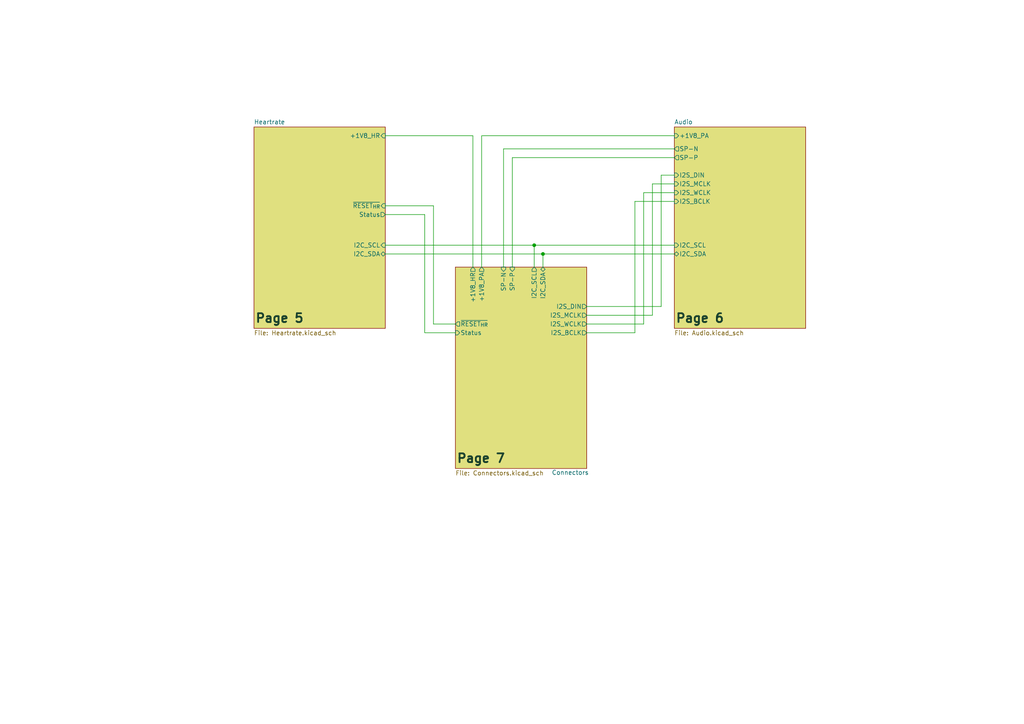
<source format=kicad_sch>
(kicad_sch
	(version 20250114)
	(generator "eeschema")
	(generator_version "9.0")
	(uuid "d5742f03-3b1a-42e5-a384-018bd4b919aa")
	(paper "A4")
	(title_block
		(title "Power-Management")
		(date "2025-07-13")
		(rev "${REVISION}")
		(company "${COMPANY}")
	)
	(lib_symbols)
	(text "Page 6"
		(exclude_from_sim no)
		(at 210.185 93.98 0)
		(effects
			(font
				(size 2.54 2.54)
				(bold yes)
				(color 20 60 40 1)
			)
			(justify right bottom)
			(href "#6")
		)
		(uuid "68977068-feb7-4fa2-ab6e-9bcf940a6892")
	)
	(text "Page 7"
		(exclude_from_sim no)
		(at 146.685 134.62 0)
		(effects
			(font
				(size 2.54 2.54)
				(bold yes)
				(color 20 60 40 1)
			)
			(justify right bottom)
			(href "#7")
		)
		(uuid "92555dfc-9bed-4ecd-9f5d-9a321413812f")
	)
	(text "Page 5"
		(exclude_from_sim no)
		(at 88.265 93.98 0)
		(effects
			(font
				(size 2.54 2.54)
				(bold yes)
				(color 20 60 40 1)
			)
			(justify right bottom)
			(href "#5")
		)
		(uuid "edcfc842-3b0d-4b1a-9bde-92f723be0a77")
	)
	(junction
		(at 154.94 71.12)
		(diameter 0)
		(color 0 0 0 0)
		(uuid "6184e257-8b96-40f9-8a0b-a1a43f433521")
	)
	(junction
		(at 157.48 73.66)
		(diameter 0)
		(color 0 0 0 0)
		(uuid "dd43b997-6340-480b-b93a-b5f17228d4f1")
	)
	(wire
		(pts
			(xy 195.58 43.18) (xy 146.05 43.18)
		)
		(stroke
			(width 0)
			(type default)
		)
		(uuid "05541cc5-63e3-4b5b-afaa-d216d1aeadcc")
	)
	(wire
		(pts
			(xy 111.76 71.12) (xy 154.94 71.12)
		)
		(stroke
			(width 0)
			(type default)
		)
		(uuid "0f3905ac-9167-4147-bc77-e0b2d7e56bd6")
	)
	(wire
		(pts
			(xy 139.7 77.47) (xy 139.7 39.37)
		)
		(stroke
			(width 0)
			(type default)
		)
		(uuid "11fcb91f-03f7-4e8e-841f-17c6745d46f0")
	)
	(wire
		(pts
			(xy 191.77 88.9) (xy 191.77 50.8)
		)
		(stroke
			(width 0)
			(type default)
		)
		(uuid "238e053f-3890-49c6-b76c-b683b86ace1d")
	)
	(wire
		(pts
			(xy 154.94 77.47) (xy 154.94 71.12)
		)
		(stroke
			(width 0)
			(type default)
		)
		(uuid "24dd12e3-bdc6-40fe-b0c5-ad6935deb063")
	)
	(wire
		(pts
			(xy 146.05 43.18) (xy 146.05 77.47)
		)
		(stroke
			(width 0)
			(type default)
		)
		(uuid "2b17de28-4535-46d9-8f9e-4a5d23cd4c95")
	)
	(wire
		(pts
			(xy 111.76 62.23) (xy 123.19 62.23)
		)
		(stroke
			(width 0)
			(type default)
		)
		(uuid "389513f2-6224-4d62-ba05-4a7435408717")
	)
	(wire
		(pts
			(xy 170.18 88.9) (xy 191.77 88.9)
		)
		(stroke
			(width 0)
			(type default)
		)
		(uuid "38b642ac-2a8a-4c08-97d9-2f3a551096e4")
	)
	(wire
		(pts
			(xy 189.23 91.44) (xy 170.18 91.44)
		)
		(stroke
			(width 0)
			(type default)
		)
		(uuid "3f28940f-40ab-4087-b5bd-b48130de0867")
	)
	(wire
		(pts
			(xy 189.23 53.34) (xy 189.23 91.44)
		)
		(stroke
			(width 0)
			(type default)
		)
		(uuid "44b91b67-3911-4272-acec-e8f56cd44940")
	)
	(wire
		(pts
			(xy 184.15 96.52) (xy 170.18 96.52)
		)
		(stroke
			(width 0)
			(type default)
		)
		(uuid "4aef0cf0-7af6-433b-978b-f4d5252b7944")
	)
	(wire
		(pts
			(xy 195.58 58.42) (xy 184.15 58.42)
		)
		(stroke
			(width 0)
			(type default)
		)
		(uuid "5078c07c-221e-4fe5-b4df-c2014b1250a6")
	)
	(wire
		(pts
			(xy 186.69 55.88) (xy 186.69 93.98)
		)
		(stroke
			(width 0)
			(type default)
		)
		(uuid "54f254fd-cdd6-4695-bfff-432757c19086")
	)
	(wire
		(pts
			(xy 184.15 58.42) (xy 184.15 96.52)
		)
		(stroke
			(width 0)
			(type default)
		)
		(uuid "64bee3df-5d7e-41ed-bb63-1bdb2f71b471")
	)
	(wire
		(pts
			(xy 111.76 39.37) (xy 137.16 39.37)
		)
		(stroke
			(width 0)
			(type default)
		)
		(uuid "6a0597d1-156d-45bf-a1ca-ba65a472ef38")
	)
	(wire
		(pts
			(xy 125.73 59.69) (xy 111.76 59.69)
		)
		(stroke
			(width 0)
			(type default)
		)
		(uuid "6f230204-009e-4076-b3cf-bea7c77e02c5")
	)
	(wire
		(pts
			(xy 154.94 71.12) (xy 195.58 71.12)
		)
		(stroke
			(width 0)
			(type default)
		)
		(uuid "6f7a8d61-5512-476b-88e3-5efa48218eac")
	)
	(wire
		(pts
			(xy 111.76 73.66) (xy 157.48 73.66)
		)
		(stroke
			(width 0)
			(type default)
		)
		(uuid "71bdd6f2-7e24-4982-9f0d-289f55184230")
	)
	(wire
		(pts
			(xy 132.08 93.98) (xy 125.73 93.98)
		)
		(stroke
			(width 0)
			(type default)
		)
		(uuid "737d625e-caba-4def-9a0c-29d72fcd3e07")
	)
	(wire
		(pts
			(xy 191.77 50.8) (xy 195.58 50.8)
		)
		(stroke
			(width 0)
			(type default)
		)
		(uuid "859518a6-6c0a-458d-a9e8-c39e55819e11")
	)
	(wire
		(pts
			(xy 148.59 45.72) (xy 148.59 77.47)
		)
		(stroke
			(width 0)
			(type default)
		)
		(uuid "8c568d78-cfc7-4dfb-bb6f-e9c3bc4e14e2")
	)
	(wire
		(pts
			(xy 123.19 96.52) (xy 132.08 96.52)
		)
		(stroke
			(width 0)
			(type default)
		)
		(uuid "95006618-5681-40f3-8e87-0167aaa1012d")
	)
	(wire
		(pts
			(xy 195.58 55.88) (xy 186.69 55.88)
		)
		(stroke
			(width 0)
			(type default)
		)
		(uuid "aca41d94-90b6-40a3-a7ad-c1a5ac5c0352")
	)
	(wire
		(pts
			(xy 186.69 93.98) (xy 170.18 93.98)
		)
		(stroke
			(width 0)
			(type default)
		)
		(uuid "af3affe1-f0cc-4a76-80d2-46706fb15784")
	)
	(wire
		(pts
			(xy 195.58 53.34) (xy 189.23 53.34)
		)
		(stroke
			(width 0)
			(type default)
		)
		(uuid "b69a24d0-1052-4e39-9d94-357925da488e")
	)
	(wire
		(pts
			(xy 137.16 39.37) (xy 137.16 77.47)
		)
		(stroke
			(width 0)
			(type default)
		)
		(uuid "bddf6de6-f936-4e13-9176-b2ae03c25b35")
	)
	(wire
		(pts
			(xy 195.58 73.66) (xy 157.48 73.66)
		)
		(stroke
			(width 0)
			(type default)
		)
		(uuid "c27f5c6e-8398-40d2-8c79-6878faf15309")
	)
	(wire
		(pts
			(xy 195.58 45.72) (xy 148.59 45.72)
		)
		(stroke
			(width 0)
			(type default)
		)
		(uuid "c9f5a342-dc53-4fef-995b-251cc56e5311")
	)
	(wire
		(pts
			(xy 139.7 39.37) (xy 195.58 39.37)
		)
		(stroke
			(width 0)
			(type default)
		)
		(uuid "dd1ea52c-1b43-4da2-bebd-bc415eb6a300")
	)
	(wire
		(pts
			(xy 125.73 93.98) (xy 125.73 59.69)
		)
		(stroke
			(width 0)
			(type default)
		)
		(uuid "dea0aaad-6fe2-4939-b992-d6ac16de2661")
	)
	(wire
		(pts
			(xy 157.48 73.66) (xy 157.48 77.47)
		)
		(stroke
			(width 0)
			(type default)
		)
		(uuid "e06ca69a-ecc2-46bf-8607-466963fd2c9c")
	)
	(wire
		(pts
			(xy 123.19 62.23) (xy 123.19 96.52)
		)
		(stroke
			(width 0)
			(type default)
		)
		(uuid "ee1f393f-8b01-4dbd-be41-09cd8ef8f9d1")
	)
	(sheet
		(at 195.58 36.83)
		(size 38.1 58.42)
		(exclude_from_sim no)
		(in_bom yes)
		(on_board yes)
		(dnp no)
		(fields_autoplaced yes)
		(stroke
			(width 0.1524)
			(type solid)
		)
		(fill
			(color 194 194 0 0.5000)
		)
		(uuid "1c7116a9-d8d3-4794-8366-f99861685a5c")
		(property "Sheetname" "Audio"
			(at 195.58 36.1184 0)
			(effects
				(font
					(size 1.27 1.27)
				)
				(justify left bottom)
			)
		)
		(property "Sheetfile" "Audio.kicad_sch"
			(at 195.58 95.8346 0)
			(effects
				(font
					(size 1.27 1.27)
				)
				(justify left top)
			)
		)
		(pin "I2S_MCLK" input
			(at 195.58 53.34 180)
			(uuid "a86901d9-e434-400c-937c-68a60229b69a")
			(effects
				(font
					(size 1.27 1.27)
				)
				(justify left)
			)
		)
		(pin "I2C_SCL" input
			(at 195.58 71.12 180)
			(uuid "d754a856-4bed-4e6c-b95f-c70097b45349")
			(effects
				(font
					(size 1.27 1.27)
				)
				(justify left)
			)
		)
		(pin "I2C_SDA" bidirectional
			(at 195.58 73.66 180)
			(uuid "e35ebb84-5346-4a1b-bccf-86d335f16efa")
			(effects
				(font
					(size 1.27 1.27)
				)
				(justify left)
			)
		)
		(pin "SP-P" output
			(at 195.58 45.72 180)
			(uuid "343268ba-70aa-45a2-ac7f-6a584de02c22")
			(effects
				(font
					(size 1.27 1.27)
				)
				(justify left)
			)
		)
		(pin "SP-N" output
			(at 195.58 43.18 180)
			(uuid "d2cf65df-3d69-48d3-916e-738ae152e544")
			(effects
				(font
					(size 1.27 1.27)
				)
				(justify left)
			)
		)
		(pin "I2S_DIN" input
			(at 195.58 50.8 180)
			(uuid "5267af3a-3683-4272-b0d9-1d78eb076516")
			(effects
				(font
					(size 1.27 1.27)
				)
				(justify left)
			)
		)
		(pin "I2S_WCLK" input
			(at 195.58 55.88 180)
			(uuid "a8782ba8-063c-4b00-bcf3-b69af6b99479")
			(effects
				(font
					(size 1.27 1.27)
				)
				(justify left)
			)
		)
		(pin "I2S_BCLK" input
			(at 195.58 58.42 180)
			(uuid "998df438-ef8c-4f3c-9c8a-1950807578e3")
			(effects
				(font
					(size 1.27 1.27)
				)
				(justify left)
			)
		)
		(pin "+1V8_PA" input
			(at 195.58 39.37 180)
			(uuid "201cf1c1-a214-470b-b491-b27e049f9b42")
			(effects
				(font
					(size 1.27 1.27)
				)
				(justify left)
			)
		)
		(instances
			(project "ZSWatch-Extension"
				(path "/d5742f03-3b1a-42e5-a384-018bd4b919aa/c5103ceb-5325-4a84-a025-9638a412984e"
					(page "6")
				)
			)
		)
	)
	(sheet
		(at 73.66 36.83)
		(size 38.1 58.42)
		(exclude_from_sim no)
		(in_bom yes)
		(on_board yes)
		(dnp no)
		(fields_autoplaced yes)
		(stroke
			(width 0.1524)
			(type solid)
		)
		(fill
			(color 194 194 0 0.5000)
		)
		(uuid "82af773f-8c39-43b9-baa2-3658da6c8bb2")
		(property "Sheetname" "Heartrate"
			(at 73.66 36.1184 0)
			(effects
				(font
					(size 1.27 1.27)
				)
				(justify left bottom)
			)
		)
		(property "Sheetfile" "Heartrate.kicad_sch"
			(at 73.66 95.8346 0)
			(effects
				(font
					(size 1.27 1.27)
				)
				(justify left top)
			)
		)
		(pin "I2C_SDA" bidirectional
			(at 111.76 73.66 0)
			(uuid "2f4292e6-1aed-4513-ba73-11435c01f363")
			(effects
				(font
					(size 1.27 1.27)
				)
				(justify right)
			)
		)
		(pin "I2C_SCL" input
			(at 111.76 71.12 0)
			(uuid "d93c2992-696f-40e2-a7c4-29a639eaefd5")
			(effects
				(font
					(size 1.27 1.27)
				)
				(justify right)
			)
		)
		(pin "+1V8_HR" input
			(at 111.76 39.37 0)
			(uuid "042b4115-2b21-4989-90f8-f270b374f0b4")
			(effects
				(font
					(size 1.27 1.27)
				)
				(justify right)
			)
		)
		(pin "Status" output
			(at 111.76 62.23 0)
			(uuid "db25c3ea-96be-491c-b84f-96f6af97385f")
			(effects
				(font
					(size 1.27 1.27)
				)
				(justify right)
			)
		)
		(pin "~{RESET_{HR}}" input
			(at 111.76 59.69 0)
			(uuid "100b80fd-d6f9-447e-93df-302dbc2f70dc")
			(effects
				(font
					(size 1.27 1.27)
				)
				(justify right)
			)
		)
		(instances
			(project ""
				(path "/c5103ceb-5325-4a84-a025-9638a412984e"
					(page "#")
				)
			)
			(project "ZSWatch-Extension"
				(path "/d5742f03-3b1a-42e5-a384-018bd4b919aa/c5103ceb-5325-4a84-a025-9638a412984e"
					(page "5")
				)
			)
		)
	)
	(sheet
		(at 132.08 77.47)
		(size 38.1 58.42)
		(exclude_from_sim no)
		(in_bom yes)
		(on_board yes)
		(dnp no)
		(stroke
			(width 0.1524)
			(type solid)
		)
		(fill
			(color 194 194 0 0.5000)
		)
		(uuid "84d69b6e-c5e1-430b-bee6-3e9322ea9cdc")
		(property "Sheetname" "Connectors"
			(at 160.02 137.795 0)
			(effects
				(font
					(size 1.27 1.27)
				)
				(justify left bottom)
			)
		)
		(property "Sheetfile" "Connectors.kicad_sch"
			(at 132.08 136.4746 0)
			(effects
				(font
					(size 1.27 1.27)
				)
				(justify left top)
			)
		)
		(pin "I2S_BCLK" output
			(at 170.18 96.52 0)
			(uuid "f9ad0dec-fe0e-4af7-baec-fb3b3bd06240")
			(effects
				(font
					(size 1.27 1.27)
				)
				(justify right)
			)
		)
		(pin "I2S_WCLK" output
			(at 170.18 93.98 0)
			(uuid "358be1a0-54ab-42f1-b3e9-66134f5f41f8")
			(effects
				(font
					(size 1.27 1.27)
				)
				(justify right)
			)
		)
		(pin "I2S_MCLK" output
			(at 170.18 91.44 0)
			(uuid "24b86fbe-9428-4fc7-9860-3a0decc53211")
			(effects
				(font
					(size 1.27 1.27)
				)
				(justify right)
			)
		)
		(pin "I2C_SCL" output
			(at 154.94 77.47 90)
			(uuid "6900902f-84a3-4773-bede-f6658bb0813a")
			(effects
				(font
					(size 1.27 1.27)
				)
				(justify right)
			)
		)
		(pin "SP-P" input
			(at 148.59 77.47 90)
			(uuid "3cda5d6e-0714-4bdf-9649-da1c45e57640")
			(effects
				(font
					(size 1.27 1.27)
				)
				(justify right)
			)
		)
		(pin "SP-N" input
			(at 146.05 77.47 90)
			(uuid "c76da0d3-556c-47fd-a42d-57b970157ca2")
			(effects
				(font
					(size 1.27 1.27)
				)
				(justify right)
			)
		)
		(pin "I2C_SDA" bidirectional
			(at 157.48 77.47 90)
			(uuid "8e00ed6d-8dff-4710-a808-fb35fd5ace59")
			(effects
				(font
					(size 1.27 1.27)
				)
				(justify right)
			)
		)
		(pin "I2S_DIN" output
			(at 170.18 88.9 0)
			(uuid "4937c0ca-f37c-4122-903a-78b9f2bbc148")
			(effects
				(font
					(size 1.27 1.27)
				)
				(justify right)
			)
		)
		(pin "+1V8_PA" output
			(at 139.7 77.47 90)
			(uuid "c70dfb74-e93c-4fa6-9c33-e485eb066988")
			(effects
				(font
					(size 1.27 1.27)
				)
				(justify right)
			)
		)
		(pin "+1V8_HR" output
			(at 137.16 77.47 90)
			(uuid "964339db-4154-4d70-80da-fa8fcd231ad7")
			(effects
				(font
					(size 1.27 1.27)
				)
				(justify right)
			)
		)
		(pin "Status" input
			(at 132.08 96.52 180)
			(uuid "4fd7bbc8-0336-4363-b4cc-1756c858cf13")
			(effects
				(font
					(size 1.27 1.27)
				)
				(justify left)
			)
		)
		(pin "~{RESET_{HR}}" output
			(at 132.08 93.98 180)
			(uuid "dbb2a748-7d55-401b-abed-6540a0f51e85")
			(effects
				(font
					(size 1.27 1.27)
				)
				(justify left)
			)
		)
		(instances
			(project "ZSWatch-Extension"
				(path "/d5742f03-3b1a-42e5-a384-018bd4b919aa/c5103ceb-5325-4a84-a025-9638a412984e"
					(page "7")
				)
			)
		)
	)
)

</source>
